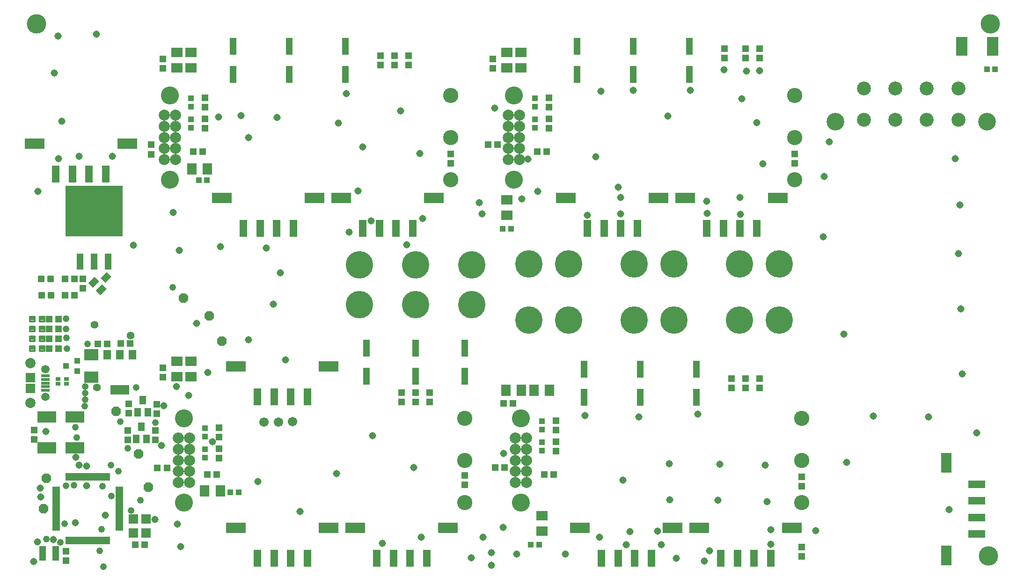
<source format=gts>
G75*
%MOIN*%
%OFA0B0*%
%FSLAX25Y25*%
%IPPOS*%
%LPD*%
%AMOC8*
5,1,8,0,0,1.08239X$1,22.5*
%
%ADD10R,0.03950X0.03950*%
%ADD11R,0.04737X0.05131*%
%ADD12R,0.05131X0.04737*%
%ADD13R,0.07898X0.07099*%
%ADD14C,0.10800*%
%ADD15C,0.12808*%
%ADD16C,0.07918*%
%ADD17R,0.06706X0.07099*%
%ADD18R,0.13398X0.07887*%
%ADD19R,0.01981X0.05524*%
%ADD20R,0.05524X0.01981*%
%ADD21C,0.01421*%
%ADD22R,0.04737X0.02572*%
%ADD23R,0.04737X0.06312*%
%ADD24R,0.07887X0.07099*%
%ADD25C,0.19532*%
%ADD26R,0.05100X0.12200*%
%ADD27C,0.12611*%
%ADD28C,0.09887*%
%ADD29R,0.07887X0.13398*%
%ADD30R,0.04800X0.11400*%
%ADD31R,0.40800X0.36000*%
%ADD32R,0.07099X0.07898*%
%ADD33R,0.07099X0.07887*%
%ADD34R,0.06902X0.06706*%
%ADD35R,0.06115X0.02375*%
%ADD36C,0.05950*%
%ADD37C,0.07328*%
%ADD38R,0.03556X0.02572*%
%ADD39R,0.04300X0.03900*%
%ADD40R,0.10249X0.07887*%
%ADD41R,0.05524X0.07099*%
%ADD42R,0.13792X0.07099*%
%ADD43R,0.14304X0.07296*%
%ADD44R,0.05800X0.12296*%
%ADD45R,0.07296X0.14304*%
%ADD46R,0.12296X0.05800*%
%ADD47OC8,0.06800*%
%ADD48C,0.13800*%
%ADD49C,0.05162*%
%ADD50C,0.04800*%
%ADD51C,0.05556*%
%ADD52C,0.06737*%
D10*
X0153047Y0065701D03*
X0158953Y0065701D03*
X0135000Y0090648D03*
X0135000Y0096554D03*
X0135000Y0105648D03*
X0135000Y0111554D03*
X0367047Y0028601D03*
X0372953Y0028601D03*
X0375000Y0095648D03*
X0375000Y0101554D03*
X0375000Y0110648D03*
X0375000Y0116554D03*
X0352953Y0253601D03*
X0347047Y0253601D03*
X0370000Y0325648D03*
X0370000Y0331554D03*
X0370000Y0340648D03*
X0370000Y0346554D03*
X0136580Y0288162D03*
X0130674Y0288162D03*
X0125000Y0325648D03*
X0125000Y0331554D03*
X0125000Y0340648D03*
X0125000Y0346554D03*
X0691969Y0367026D03*
X0697874Y0367026D03*
D11*
X0530000Y0375254D03*
X0530000Y0381947D03*
X0520000Y0381947D03*
X0520000Y0375254D03*
X0505000Y0375254D03*
X0505000Y0381947D03*
X0378346Y0308601D03*
X0371654Y0308601D03*
X0343346Y0313601D03*
X0336654Y0313601D03*
X0340000Y0367754D03*
X0340000Y0374447D03*
X0280000Y0376947D03*
X0270000Y0376947D03*
X0270000Y0370254D03*
X0280000Y0370254D03*
X0260000Y0370254D03*
X0260000Y0376947D03*
X0133346Y0308601D03*
X0126654Y0308601D03*
X0105000Y0367754D03*
X0105000Y0374447D03*
X0048000Y0217847D03*
X0042246Y0217801D03*
X0035554Y0217801D03*
X0048000Y0211154D03*
X0042146Y0206101D03*
X0035454Y0206101D03*
X0030846Y0189301D03*
X0024154Y0189301D03*
X0024154Y0182301D03*
X0030846Y0182301D03*
X0030846Y0175301D03*
X0024154Y0175301D03*
X0024154Y0168301D03*
X0030846Y0168301D03*
X0105000Y0154447D03*
X0105000Y0147754D03*
X0013300Y0110247D03*
X0013300Y0103554D03*
X0101254Y0083001D03*
X0107946Y0083001D03*
X0136654Y0078601D03*
X0143346Y0078601D03*
X0275000Y0130254D03*
X0275000Y0136947D03*
X0285000Y0136947D03*
X0295000Y0136947D03*
X0295000Y0130254D03*
X0285000Y0130254D03*
X0341654Y0083601D03*
X0348346Y0083601D03*
X0376654Y0078601D03*
X0383346Y0078601D03*
X0510000Y0140254D03*
X0510000Y0146947D03*
X0520000Y0146947D03*
X0520000Y0140254D03*
X0530000Y0140254D03*
X0530000Y0146947D03*
D12*
X0560000Y0076947D03*
X0560000Y0070254D03*
X0560000Y0026947D03*
X0560000Y0020254D03*
X0385000Y0095254D03*
X0385000Y0101947D03*
X0385200Y0110254D03*
X0385200Y0116947D03*
X0354546Y0129301D03*
X0347854Y0129301D03*
X0320118Y0077853D03*
X0320118Y0071160D03*
X0145000Y0090254D03*
X0145000Y0096947D03*
X0145000Y0105254D03*
X0145000Y0111947D03*
X0099700Y0109847D03*
X0099700Y0103154D03*
X0080000Y0103054D03*
X0080000Y0109747D03*
X0080800Y0122054D03*
X0080800Y0128747D03*
X0100700Y0128647D03*
X0100700Y0121954D03*
X0081846Y0171701D03*
X0075154Y0171701D03*
X0065446Y0171501D03*
X0058754Y0171501D03*
X0096600Y0306654D03*
X0096600Y0313347D03*
X0135000Y0325254D03*
X0135000Y0331947D03*
X0135000Y0340254D03*
X0135000Y0346947D03*
X0310000Y0306947D03*
X0310000Y0300254D03*
X0380000Y0325254D03*
X0380000Y0331947D03*
X0380000Y0340254D03*
X0380000Y0346947D03*
X0555000Y0306947D03*
X0555000Y0300254D03*
X0092246Y0028501D03*
X0085554Y0028501D03*
X0036100Y0023847D03*
X0036100Y0017154D03*
D13*
X0375000Y0038002D03*
X0375000Y0049199D03*
X0350000Y0263002D03*
X0350000Y0274199D03*
D14*
X0310000Y0288601D03*
X0310000Y0318601D03*
X0310000Y0348601D03*
X0555000Y0348601D03*
X0555000Y0318601D03*
X0555000Y0288601D03*
X0560000Y0118601D03*
X0560000Y0088601D03*
X0560000Y0058601D03*
X0320000Y0058601D03*
X0320000Y0088601D03*
X0320000Y0118601D03*
D15*
X0360000Y0118601D03*
X0360000Y0058601D03*
X0120000Y0058601D03*
X0120000Y0118601D03*
X0110000Y0288601D03*
X0110000Y0348601D03*
X0355000Y0348601D03*
X0355000Y0288601D03*
D16*
X0351063Y0302853D03*
X0358937Y0302853D03*
X0358937Y0310727D03*
X0351063Y0310727D03*
X0351063Y0318601D03*
X0358937Y0318601D03*
X0358937Y0326475D03*
X0351063Y0326475D03*
X0351063Y0334349D03*
X0358937Y0334349D03*
X0113937Y0334349D03*
X0106063Y0334349D03*
X0106063Y0326475D03*
X0113937Y0326475D03*
X0113937Y0318601D03*
X0106063Y0318601D03*
X0106063Y0310727D03*
X0113937Y0310727D03*
X0113937Y0302853D03*
X0106063Y0302853D03*
X0116063Y0104349D03*
X0123937Y0104349D03*
X0123937Y0096475D03*
X0116063Y0096475D03*
X0116063Y0088601D03*
X0123937Y0088601D03*
X0123937Y0080727D03*
X0116063Y0080727D03*
X0116063Y0072853D03*
X0123937Y0072853D03*
X0356063Y0072853D03*
X0363937Y0072853D03*
X0363937Y0080727D03*
X0356063Y0080727D03*
X0356063Y0088601D03*
X0363937Y0088601D03*
X0363937Y0096475D03*
X0356063Y0096475D03*
X0356063Y0104349D03*
X0363937Y0104349D03*
D17*
X0093128Y0046722D03*
X0084072Y0046722D03*
X0084072Y0036880D03*
X0093128Y0036880D03*
D18*
X0042500Y0097477D03*
X0022300Y0097577D03*
X0022300Y0119625D03*
X0042500Y0119525D03*
D19*
X0042742Y0076839D03*
X0044710Y0076839D03*
X0046679Y0076839D03*
X0048647Y0076839D03*
X0050616Y0076839D03*
X0052584Y0076839D03*
X0054553Y0076839D03*
X0056521Y0076839D03*
X0058490Y0076839D03*
X0060458Y0076839D03*
X0062427Y0076839D03*
X0064395Y0076839D03*
X0066364Y0076839D03*
X0040773Y0076839D03*
X0038805Y0076839D03*
X0036836Y0076839D03*
X0036836Y0031563D03*
X0038805Y0031563D03*
X0040773Y0031563D03*
X0042742Y0031563D03*
X0044710Y0031563D03*
X0046679Y0031563D03*
X0048647Y0031563D03*
X0050616Y0031563D03*
X0052584Y0031563D03*
X0054553Y0031563D03*
X0056521Y0031563D03*
X0058490Y0031563D03*
X0060458Y0031563D03*
X0062427Y0031563D03*
X0064395Y0031563D03*
X0066364Y0031563D03*
D20*
X0074238Y0039437D03*
X0074238Y0041406D03*
X0074238Y0043374D03*
X0074238Y0045343D03*
X0074238Y0047311D03*
X0074238Y0049280D03*
X0074238Y0051248D03*
X0074238Y0053217D03*
X0074238Y0055185D03*
X0074238Y0057154D03*
X0074238Y0059122D03*
X0074238Y0061091D03*
X0074238Y0063059D03*
X0074238Y0065028D03*
X0074238Y0066996D03*
X0074238Y0068965D03*
X0028962Y0068965D03*
X0028962Y0066996D03*
X0028962Y0065028D03*
X0028962Y0063059D03*
X0028962Y0061091D03*
X0028962Y0059122D03*
X0028962Y0057154D03*
X0028962Y0055185D03*
X0028962Y0053217D03*
X0028962Y0051248D03*
X0028962Y0049280D03*
X0028962Y0047311D03*
X0028962Y0045343D03*
X0028962Y0043374D03*
X0028962Y0041406D03*
X0028962Y0039437D03*
D21*
X0020611Y0166643D02*
X0020611Y0169959D01*
X0020611Y0166643D02*
X0017295Y0166643D01*
X0017295Y0169959D01*
X0020611Y0169959D01*
X0020611Y0168063D02*
X0017295Y0168063D01*
X0017295Y0169483D02*
X0020611Y0169483D01*
X0020611Y0173643D02*
X0020611Y0176959D01*
X0020611Y0173643D02*
X0017295Y0173643D01*
X0017295Y0176959D01*
X0020611Y0176959D01*
X0020611Y0175063D02*
X0017295Y0175063D01*
X0017295Y0176483D02*
X0020611Y0176483D01*
X0013705Y0176959D02*
X0013705Y0173643D01*
X0010389Y0173643D01*
X0010389Y0176959D01*
X0013705Y0176959D01*
X0013705Y0175063D02*
X0010389Y0175063D01*
X0010389Y0176483D02*
X0013705Y0176483D01*
X0013705Y0180643D02*
X0013705Y0183959D01*
X0013705Y0180643D02*
X0010389Y0180643D01*
X0010389Y0183959D01*
X0013705Y0183959D01*
X0013705Y0182063D02*
X0010389Y0182063D01*
X0010389Y0183483D02*
X0013705Y0183483D01*
X0020611Y0183959D02*
X0020611Y0180643D01*
X0017295Y0180643D01*
X0017295Y0183959D01*
X0020611Y0183959D01*
X0020611Y0182063D02*
X0017295Y0182063D01*
X0017295Y0183483D02*
X0020611Y0183483D01*
X0020611Y0187643D02*
X0020611Y0190959D01*
X0020611Y0187643D02*
X0017295Y0187643D01*
X0017295Y0190959D01*
X0020611Y0190959D01*
X0020611Y0189063D02*
X0017295Y0189063D01*
X0017295Y0190483D02*
X0020611Y0190483D01*
X0013705Y0190959D02*
X0013705Y0187643D01*
X0010389Y0187643D01*
X0010389Y0190959D01*
X0013705Y0190959D01*
X0013705Y0189063D02*
X0010389Y0189063D01*
X0010389Y0190483D02*
X0013705Y0190483D01*
X0020292Y0204423D02*
X0020292Y0207739D01*
X0020292Y0204423D02*
X0016976Y0204423D01*
X0016976Y0207739D01*
X0020292Y0207739D01*
X0020292Y0205843D02*
X0016976Y0205843D01*
X0016976Y0207263D02*
X0020292Y0207263D01*
X0027197Y0207739D02*
X0027197Y0204423D01*
X0023881Y0204423D01*
X0023881Y0207739D01*
X0027197Y0207739D01*
X0027197Y0205843D02*
X0023881Y0205843D01*
X0023881Y0207263D02*
X0027197Y0207263D01*
X0026843Y0216116D02*
X0026843Y0219432D01*
X0026843Y0216116D02*
X0023527Y0216116D01*
X0023527Y0219432D01*
X0026843Y0219432D01*
X0026843Y0217536D02*
X0023527Y0217536D01*
X0023527Y0218956D02*
X0026843Y0218956D01*
X0019938Y0219432D02*
X0019938Y0216116D01*
X0016622Y0216116D01*
X0016622Y0219432D01*
X0019938Y0219432D01*
X0019938Y0217536D02*
X0016622Y0217536D01*
X0016622Y0218956D02*
X0019938Y0218956D01*
X0013705Y0169959D02*
X0013705Y0166643D01*
X0010389Y0166643D01*
X0010389Y0169959D01*
X0013705Y0169959D01*
X0013705Y0168063D02*
X0010389Y0168063D01*
X0010389Y0169483D02*
X0013705Y0169483D01*
D22*
X0019277Y0026139D03*
X0019277Y0023580D03*
X0019277Y0021021D03*
X0019277Y0018462D03*
X0028923Y0018462D03*
X0028923Y0021021D03*
X0028923Y0023580D03*
X0028923Y0026139D03*
D23*
X0085960Y0103870D03*
X0093440Y0103870D03*
X0089700Y0112532D03*
X0086960Y0122770D03*
X0094440Y0122770D03*
X0090700Y0131432D03*
G36*
X0060625Y0206288D02*
X0057276Y0209637D01*
X0061739Y0214100D01*
X0065088Y0210751D01*
X0060625Y0206288D01*
G37*
G36*
X0055336Y0211577D02*
X0051987Y0214926D01*
X0056450Y0219389D01*
X0059799Y0216040D01*
X0055336Y0211577D01*
G37*
G36*
X0064105Y0215057D02*
X0060756Y0218406D01*
X0065219Y0222869D01*
X0068568Y0219520D01*
X0064105Y0215057D01*
G37*
D24*
X0115000Y0159113D03*
X0125000Y0159113D03*
X0125000Y0148089D03*
X0115000Y0148089D03*
X0115000Y0368089D03*
X0125000Y0368089D03*
X0125000Y0379113D03*
X0115000Y0379113D03*
X0350000Y0379113D03*
X0360000Y0379113D03*
X0360000Y0368089D03*
X0350000Y0368089D03*
D25*
X0365827Y0228601D03*
X0394173Y0228601D03*
X0440827Y0228601D03*
X0469173Y0228601D03*
X0515827Y0228601D03*
X0544173Y0228601D03*
X0544173Y0188601D03*
X0515827Y0188601D03*
X0469173Y0188601D03*
X0440827Y0188601D03*
X0394173Y0188601D03*
X0365827Y0188601D03*
X0325000Y0199428D03*
X0285000Y0199428D03*
X0245000Y0199428D03*
X0245000Y0227774D03*
X0285000Y0227774D03*
X0325000Y0227774D03*
D26*
X0320000Y0168601D03*
X0320000Y0148601D03*
X0285000Y0148601D03*
X0285000Y0168601D03*
X0250000Y0168601D03*
X0250000Y0148601D03*
X0405000Y0153601D03*
X0405000Y0133601D03*
X0445000Y0133601D03*
X0445000Y0153601D03*
X0485000Y0153601D03*
X0485000Y0133601D03*
X0480000Y0363601D03*
X0480000Y0383601D03*
X0440000Y0383601D03*
X0440000Y0363601D03*
X0400000Y0363601D03*
X0400000Y0383601D03*
X0235000Y0383601D03*
X0235000Y0363601D03*
X0195000Y0363601D03*
X0195000Y0383601D03*
X0155000Y0383601D03*
X0155000Y0363601D03*
D27*
X0583976Y0329861D03*
X0692008Y0329861D03*
D28*
X0671654Y0331160D03*
X0649213Y0331160D03*
X0626772Y0331160D03*
X0604331Y0331160D03*
X0604331Y0353601D03*
X0626772Y0353601D03*
X0649213Y0353601D03*
X0671654Y0353601D03*
D29*
X0673976Y0383601D03*
X0696024Y0383601D03*
D30*
X0066100Y0230001D03*
X0056100Y0230001D03*
X0046100Y0230001D03*
D31*
X0056100Y0266201D03*
D32*
X0125643Y0296288D03*
X0136840Y0296288D03*
X0134902Y0066801D03*
X0146098Y0066801D03*
D33*
X0349488Y0138601D03*
X0360512Y0138601D03*
X0369488Y0138601D03*
X0380512Y0138601D03*
D34*
X0010709Y0139664D03*
X0010709Y0147538D03*
D35*
X0021339Y0148719D03*
X0021339Y0146160D03*
X0021339Y0143601D03*
X0021339Y0141042D03*
X0021339Y0138483D03*
D36*
X0021339Y0133758D03*
X0021339Y0153443D03*
D37*
X0010709Y0157764D03*
X0010709Y0129438D03*
D38*
X0030349Y0143226D03*
X0030349Y0146376D03*
X0036451Y0146376D03*
X0036451Y0143226D03*
D39*
X0044100Y0152001D03*
X0036100Y0155801D03*
X0044100Y0159601D03*
D40*
X0054100Y0163673D03*
X0054100Y0147728D03*
D41*
X0065445Y0163899D03*
X0074500Y0163899D03*
X0083555Y0163899D03*
D42*
X0074500Y0138702D03*
D43*
X0157224Y0155353D03*
X0223248Y0155353D03*
X0223248Y0040353D03*
X0242224Y0040353D03*
X0308248Y0040353D03*
X0402224Y0040353D03*
X0468248Y0040353D03*
X0487224Y0040353D03*
X0553248Y0040353D03*
X0157224Y0040353D03*
X0147224Y0275353D03*
X0213248Y0275353D03*
X0232224Y0275353D03*
X0298248Y0275353D03*
X0392224Y0275353D03*
X0458248Y0275353D03*
X0477224Y0275353D03*
X0543248Y0275353D03*
X0079648Y0314053D03*
X0013624Y0314053D03*
D44*
X0028920Y0292517D03*
X0040731Y0292517D03*
X0052542Y0292517D03*
X0064353Y0292517D03*
X0162520Y0253817D03*
X0174331Y0253817D03*
X0186142Y0253817D03*
X0197953Y0253817D03*
X0247520Y0253817D03*
X0259331Y0253817D03*
X0271142Y0253817D03*
X0282953Y0253817D03*
X0407520Y0253817D03*
X0419331Y0253817D03*
X0431142Y0253817D03*
X0442953Y0253817D03*
X0492520Y0253817D03*
X0504331Y0253817D03*
X0516142Y0253817D03*
X0527953Y0253817D03*
X0207953Y0133817D03*
X0196142Y0133817D03*
X0184331Y0133817D03*
X0172520Y0133817D03*
X0172520Y0018817D03*
X0184331Y0018817D03*
X0196142Y0018817D03*
X0207953Y0018817D03*
X0257520Y0018817D03*
X0269331Y0018817D03*
X0281142Y0018817D03*
X0292953Y0018817D03*
X0417520Y0018817D03*
X0429331Y0018817D03*
X0441142Y0018817D03*
X0452953Y0018817D03*
X0502520Y0018817D03*
X0514331Y0018817D03*
X0526142Y0018817D03*
X0537953Y0018817D03*
D45*
X0663248Y0020825D03*
X0663248Y0086849D03*
D46*
X0684783Y0071554D03*
X0684783Y0059743D03*
X0684783Y0047932D03*
X0684783Y0036121D03*
D47*
X0147067Y0173463D03*
X0138051Y0191396D03*
X0119744Y0204172D03*
X0071850Y0123562D03*
X0087854Y0093266D03*
X0094646Y0069349D03*
X0022244Y0075668D03*
X0020177Y0054054D03*
D48*
X0015079Y0399625D03*
X0694370Y0399625D03*
X0693110Y0020491D03*
D49*
X0013100Y0016501D03*
X0015900Y0030501D03*
X0027263Y0032164D03*
X0042700Y0044101D03*
X0064094Y0049546D03*
X0050900Y0070601D03*
X0050827Y0084349D03*
X0045551Y0085058D03*
X0043127Y0090901D03*
X0021900Y0109201D03*
X0017800Y0068701D03*
X0018100Y0062401D03*
X0099300Y0046501D03*
X0115300Y0043201D03*
X0117600Y0027201D03*
X0172800Y0073401D03*
X0202900Y0052101D03*
X0228858Y0079270D03*
X0254300Y0106001D03*
X0283704Y0083461D03*
X0347600Y0093601D03*
X0405600Y0120401D03*
X0444200Y0119501D03*
X0486000Y0121601D03*
X0501600Y0085901D03*
X0534100Y0085101D03*
X0535300Y0059101D03*
X0538100Y0039001D03*
X0538200Y0028901D03*
X0570000Y0038601D03*
X0500500Y0060001D03*
X0466000Y0060501D03*
X0432700Y0074401D03*
X0465700Y0086201D03*
X0457400Y0038001D03*
X0460000Y0028601D03*
X0470900Y0018701D03*
X0490800Y0016701D03*
X0494400Y0024101D03*
X0437900Y0037901D03*
X0435000Y0028601D03*
X0416200Y0033701D03*
X0391600Y0021801D03*
X0357100Y0021801D03*
X0339100Y0022865D03*
X0339100Y0013901D03*
X0324800Y0019101D03*
X0333100Y0033701D03*
X0347500Y0040801D03*
X0289094Y0033719D03*
X0261488Y0029499D03*
X0140400Y0101801D03*
X0104200Y0099101D03*
X0105800Y0127401D03*
X0123500Y0134901D03*
X0114800Y0141101D03*
X0137100Y0151001D03*
X0166000Y0174501D03*
X0192300Y0160101D03*
X0129000Y0186101D03*
X0183800Y0199801D03*
X0188700Y0222201D03*
X0178913Y0239936D03*
X0146200Y0240701D03*
X0116600Y0238301D03*
X0084100Y0241801D03*
X0112500Y0265301D03*
X0069000Y0305201D03*
X0045400Y0305198D03*
X0030800Y0303501D03*
X0016200Y0280301D03*
X0033000Y0330001D03*
X0027800Y0364401D03*
X0030441Y0390815D03*
X0057900Y0392001D03*
X0160900Y0334101D03*
X0144700Y0333301D03*
X0166000Y0318601D03*
X0186347Y0332953D03*
X0230200Y0328901D03*
X0247400Y0311901D03*
X0274500Y0337401D03*
X0235800Y0349801D03*
X0288000Y0307201D03*
X0244200Y0280401D03*
X0253500Y0259201D03*
X0237800Y0251101D03*
X0278700Y0242001D03*
X0290200Y0260801D03*
X0330400Y0272001D03*
X0332400Y0264101D03*
X0360900Y0274901D03*
X0372000Y0280001D03*
X0407520Y0263081D03*
X0431100Y0264301D03*
X0431100Y0275701D03*
X0429500Y0283001D03*
X0413400Y0304701D03*
X0365200Y0303001D03*
X0341457Y0339625D03*
X0417150Y0351587D03*
X0440200Y0352201D03*
X0464800Y0333801D03*
X0480600Y0352201D03*
X0504800Y0366701D03*
X0520600Y0365901D03*
X0530100Y0366101D03*
X0517400Y0346101D03*
X0528200Y0329301D03*
X0532400Y0299701D03*
X0516200Y0275801D03*
X0516350Y0263971D03*
X0492600Y0264501D03*
X0492500Y0273001D03*
X0576200Y0290901D03*
X0579600Y0315401D03*
X0669500Y0303601D03*
X0672600Y0270401D03*
X0671600Y0235801D03*
X0673300Y0196401D03*
X0674300Y0150201D03*
X0650500Y0119401D03*
X0684900Y0108101D03*
X0611200Y0120101D03*
X0592100Y0087201D03*
X0665000Y0053601D03*
X0590000Y0178601D03*
X0575400Y0247901D03*
D50*
X0112100Y0211801D03*
X0051300Y0171401D03*
X0036600Y0168101D03*
X0036500Y0175701D03*
X0036000Y0182301D03*
X0036100Y0189501D03*
X0049800Y0141301D03*
X0049700Y0136501D03*
X0049600Y0131801D03*
X0049500Y0127101D03*
X0042600Y0112201D03*
X0043700Y0104701D03*
X0074700Y0116301D03*
X0099600Y0115401D03*
X0080100Y0097001D03*
X0068200Y0085101D03*
X0073500Y0080701D03*
X0062100Y0070301D03*
X0068300Y0063201D03*
X0082400Y0052901D03*
X0089100Y0060001D03*
X0061300Y0039601D03*
X0060100Y0024101D03*
X0062700Y0012801D03*
X0032000Y0030201D03*
X0022000Y0032501D03*
X0035000Y0043401D03*
X0036100Y0070501D03*
X0041600Y0070901D03*
X0086000Y0140601D03*
D51*
X0058200Y0140601D03*
X0082000Y0177401D03*
X0056400Y0185301D03*
D52*
X0177000Y0115701D03*
X0187300Y0115701D03*
X0197500Y0116001D03*
M02*

</source>
